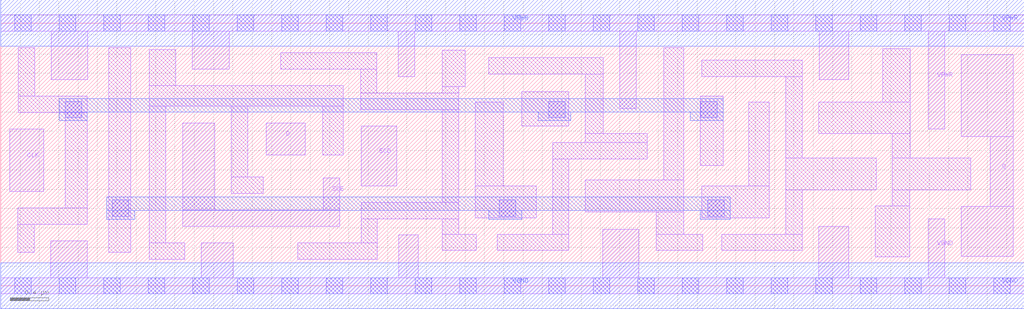
<source format=lef>
# Copyright 2020 The SkyWater PDK Authors
#
# Licensed under the Apache License, Version 2.0 (the "License");
# you may not use this file except in compliance with the License.
# You may obtain a copy of the License at
#
#     https://www.apache.org/licenses/LICENSE-2.0
#
# Unless required by applicable law or agreed to in writing, software
# distributed under the License is distributed on an "AS IS" BASIS,
# WITHOUT WARRANTIES OR CONDITIONS OF ANY KIND, either express or implied.
# See the License for the specific language governing permissions and
# limitations under the License.
#
# SPDX-License-Identifier: Apache-2.0

VERSION 5.7 ;
  NAMESCASESENSITIVE ON ;
  NOWIREEXTENSIONATPIN ON ;
  DIVIDERCHAR "/" ;
  BUSBITCHARS "[]" ;
UNITS
  DATABASE MICRONS 200 ;
END UNITS
PROPERTYDEFINITIONS
  MACRO maskLayoutSubType STRING ;
  MACRO prCellType STRING ;
  MACRO originalViewName STRING ;
END PROPERTYDEFINITIONS
MACRO sky130_fd_sc_hdll__sdfxtp_1
  CLASS CORE ;
  FOREIGN sky130_fd_sc_hdll__sdfxtp_1 ;
  ORIGIN  0.000000  0.000000 ;
  SIZE  10.58000 BY  2.720000 ;
  SYMMETRY X Y R90 ;
  SITE unithd ;
  PIN CLK
    ANTENNAGATEAREA  0.178200 ;
    DIRECTION INPUT ;
    USE SIGNAL ;
    PORT
      LAYER li1 ;
        RECT 0.095000 0.975000 0.445000 1.625000 ;
    END
  END CLK
  PIN D
    ANTENNAGATEAREA  0.178200 ;
    DIRECTION INPUT ;
    USE SIGNAL ;
    PORT
      LAYER li1 ;
        RECT 2.745000 1.355000 3.150000 1.685000 ;
    END
  END D
  PIN Q
    ANTENNADIFFAREA  0.471500 ;
    DIRECTION OUTPUT ;
    USE SIGNAL ;
    PORT
      LAYER li1 ;
        RECT  9.930000 0.305000 10.470000 0.820000 ;
        RECT  9.930000 1.545000 10.470000 2.395000 ;
        RECT 10.230000 0.820000 10.470000 1.545000 ;
    END
  END Q
  PIN SCD
    ANTENNAGATEAREA  0.178200 ;
    DIRECTION INPUT ;
    USE SIGNAL ;
    PORT
      LAYER li1 ;
        RECT 3.725000 1.035000 4.095000 1.655000 ;
    END
  END SCD
  PIN SCE
    ANTENNAGATEAREA  0.356400 ;
    DIRECTION INPUT ;
    USE SIGNAL ;
    PORT
      LAYER li1 ;
        RECT 1.880000 0.615000 3.505000 0.785000 ;
        RECT 1.880000 0.785000 2.215000 1.685000 ;
        RECT 3.335000 0.785000 3.505000 1.115000 ;
    END
  END SCE
  PIN VGND
    ANTENNADIFFAREA  1.078200 ;
    DIRECTION INOUT ;
    USE SIGNAL ;
    PORT
      LAYER li1 ;
        RECT 0.000000 -0.085000 10.580000 0.085000 ;
        RECT 0.515000  0.085000  0.895000 0.465000 ;
        RECT 2.075000  0.085000  2.405000 0.445000 ;
        RECT 4.115000  0.085000  4.315000 0.525000 ;
        RECT 6.225000  0.085000  6.595000 0.585000 ;
        RECT 8.455000  0.085000  8.770000 0.615000 ;
        RECT 9.590000  0.085000  9.760000 0.695000 ;
      LAYER mcon ;
        RECT  0.145000 -0.085000  0.315000 0.085000 ;
        RECT  0.605000 -0.085000  0.775000 0.085000 ;
        RECT  1.065000 -0.085000  1.235000 0.085000 ;
        RECT  1.525000 -0.085000  1.695000 0.085000 ;
        RECT  1.985000 -0.085000  2.155000 0.085000 ;
        RECT  2.445000 -0.085000  2.615000 0.085000 ;
        RECT  2.905000 -0.085000  3.075000 0.085000 ;
        RECT  3.365000 -0.085000  3.535000 0.085000 ;
        RECT  3.825000 -0.085000  3.995000 0.085000 ;
        RECT  4.285000 -0.085000  4.455000 0.085000 ;
        RECT  4.745000 -0.085000  4.915000 0.085000 ;
        RECT  5.205000 -0.085000  5.375000 0.085000 ;
        RECT  5.665000 -0.085000  5.835000 0.085000 ;
        RECT  6.125000 -0.085000  6.295000 0.085000 ;
        RECT  6.585000 -0.085000  6.755000 0.085000 ;
        RECT  7.045000 -0.085000  7.215000 0.085000 ;
        RECT  7.505000 -0.085000  7.675000 0.085000 ;
        RECT  7.965000 -0.085000  8.135000 0.085000 ;
        RECT  8.425000 -0.085000  8.595000 0.085000 ;
        RECT  8.885000 -0.085000  9.055000 0.085000 ;
        RECT  9.345000 -0.085000  9.515000 0.085000 ;
        RECT  9.805000 -0.085000  9.975000 0.085000 ;
        RECT 10.265000 -0.085000 10.435000 0.085000 ;
      LAYER met1 ;
        RECT 0.000000 -0.240000 10.580000 0.240000 ;
    END
  END VGND
  PIN VPWR
    ANTENNADIFFAREA  1.369900 ;
    DIRECTION INOUT ;
    USE SIGNAL ;
    PORT
      LAYER li1 ;
        RECT 0.000000 2.635000 10.580000 2.805000 ;
        RECT 0.520000 2.135000  0.900000 2.635000 ;
        RECT 1.980000 2.245000  2.360000 2.635000 ;
        RECT 4.110000 2.165000  4.280000 2.635000 ;
        RECT 6.400000 1.835000  6.570000 2.635000 ;
        RECT 8.465000 2.135000  8.770000 2.635000 ;
        RECT 9.590000 1.625000  9.760000 2.635000 ;
      LAYER mcon ;
        RECT  0.145000 2.635000  0.315000 2.805000 ;
        RECT  0.605000 2.635000  0.775000 2.805000 ;
        RECT  1.065000 2.635000  1.235000 2.805000 ;
        RECT  1.525000 2.635000  1.695000 2.805000 ;
        RECT  1.985000 2.635000  2.155000 2.805000 ;
        RECT  2.445000 2.635000  2.615000 2.805000 ;
        RECT  2.905000 2.635000  3.075000 2.805000 ;
        RECT  3.365000 2.635000  3.535000 2.805000 ;
        RECT  3.825000 2.635000  3.995000 2.805000 ;
        RECT  4.285000 2.635000  4.455000 2.805000 ;
        RECT  4.745000 2.635000  4.915000 2.805000 ;
        RECT  5.205000 2.635000  5.375000 2.805000 ;
        RECT  5.665000 2.635000  5.835000 2.805000 ;
        RECT  6.125000 2.635000  6.295000 2.805000 ;
        RECT  6.585000 2.635000  6.755000 2.805000 ;
        RECT  7.045000 2.635000  7.215000 2.805000 ;
        RECT  7.505000 2.635000  7.675000 2.805000 ;
        RECT  7.965000 2.635000  8.135000 2.805000 ;
        RECT  8.425000 2.635000  8.595000 2.805000 ;
        RECT  8.885000 2.635000  9.055000 2.805000 ;
        RECT  9.345000 2.635000  9.515000 2.805000 ;
        RECT  9.805000 2.635000  9.975000 2.805000 ;
        RECT 10.265000 2.635000 10.435000 2.805000 ;
      LAYER met1 ;
        RECT 0.000000 2.480000 10.580000 2.960000 ;
    END
  END VPWR
  OBS
    LAYER li1 ;
      RECT 0.175000 0.345000  0.345000 0.635000 ;
      RECT 0.175000 0.635000  0.895000 0.805000 ;
      RECT 0.180000 1.795000  0.895000 1.965000 ;
      RECT 0.180000 1.965000  0.350000 2.465000 ;
      RECT 0.665000 0.805000  0.895000 1.795000 ;
      RECT 1.115000 0.345000  1.345000 2.465000 ;
      RECT 1.535000 0.275000  1.905000 0.445000 ;
      RECT 1.535000 0.445000  1.705000 1.860000 ;
      RECT 1.535000 1.860000  3.540000 2.075000 ;
      RECT 1.535000 2.075000  1.810000 2.445000 ;
      RECT 2.385000 0.955000  2.715000 1.125000 ;
      RECT 2.385000 1.125000  2.555000 1.860000 ;
      RECT 2.895000 2.245000  3.890000 2.415000 ;
      RECT 3.070000 0.275000  3.895000 0.445000 ;
      RECT 3.330000 1.355000  3.540000 1.860000 ;
      RECT 3.720000 1.825000  4.735000 1.995000 ;
      RECT 3.720000 1.995000  3.890000 2.245000 ;
      RECT 3.725000 0.445000  3.895000 0.695000 ;
      RECT 3.725000 0.695000  4.735000 0.865000 ;
      RECT 4.565000 0.365000  4.915000 0.535000 ;
      RECT 4.565000 0.535000  4.735000 0.695000 ;
      RECT 4.565000 0.865000  4.735000 1.825000 ;
      RECT 4.565000 1.995000  4.735000 2.065000 ;
      RECT 4.565000 2.065000  4.800000 2.440000 ;
      RECT 4.905000 0.705000  5.535000 1.035000 ;
      RECT 4.905000 1.035000  5.195000 1.905000 ;
      RECT 5.045000 2.190000  6.230000 2.360000 ;
      RECT 5.135000 0.365000  5.875000 0.535000 ;
      RECT 5.385000 1.655000  5.875000 2.010000 ;
      RECT 5.705000 0.535000  5.875000 1.315000 ;
      RECT 5.705000 1.315000  6.685000 1.485000 ;
      RECT 6.045000 0.765000  7.060000 1.095000 ;
      RECT 6.045000 1.485000  6.685000 1.575000 ;
      RECT 6.045000 1.575000  6.230000 2.190000 ;
      RECT 6.775000 0.365000  7.260000 0.535000 ;
      RECT 6.775000 0.535000  7.060000 0.765000 ;
      RECT 6.855000 1.095000  7.060000 2.465000 ;
      RECT 7.230000 1.245000  7.470000 1.965000 ;
      RECT 7.250000 0.705000  7.945000 1.035000 ;
      RECT 7.250000 2.165000  8.285000 2.335000 ;
      RECT 7.455000 0.365000  8.285000 0.535000 ;
      RECT 7.735000 1.035000  7.945000 1.905000 ;
      RECT 8.115000 0.535000  8.285000 0.995000 ;
      RECT 8.115000 0.995000  9.050000 1.325000 ;
      RECT 8.115000 1.325000  8.285000 2.165000 ;
      RECT 8.455000 1.575000  9.405000 1.905000 ;
      RECT 9.040000 0.300000  9.400000 0.825000 ;
      RECT 9.120000 1.905000  9.405000 2.455000 ;
      RECT 9.220000 0.825000  9.400000 0.995000 ;
      RECT 9.220000 0.995000 10.030000 1.325000 ;
      RECT 9.220000 1.325000  9.405000 1.575000 ;
    LAYER mcon ;
      RECT 0.665000 1.740000 0.835000 1.910000 ;
      RECT 1.155000 0.720000 1.325000 0.890000 ;
      RECT 5.155000 0.720000 5.325000 0.890000 ;
      RECT 5.665000 1.740000 5.835000 1.910000 ;
      RECT 7.240000 1.740000 7.410000 1.910000 ;
      RECT 7.310000 0.720000 7.480000 0.890000 ;
    LAYER met1 ;
      RECT 0.605000 1.710000 0.895000 1.800000 ;
      RECT 0.605000 1.800000 7.470000 1.940000 ;
      RECT 1.095000 0.690000 1.385000 0.780000 ;
      RECT 1.095000 0.780000 7.540000 0.920000 ;
      RECT 5.045000 0.690000 5.385000 0.780000 ;
      RECT 5.555000 1.710000 5.895000 1.800000 ;
      RECT 7.130000 1.710000 7.470000 1.800000 ;
      RECT 7.230000 0.690000 7.540000 0.780000 ;
  END
  PROPERTY maskLayoutSubType "abstract" ;
  PROPERTY prCellType "standard" ;
  PROPERTY originalViewName "layout" ;
END sky130_fd_sc_hdll__sdfxtp_1

</source>
